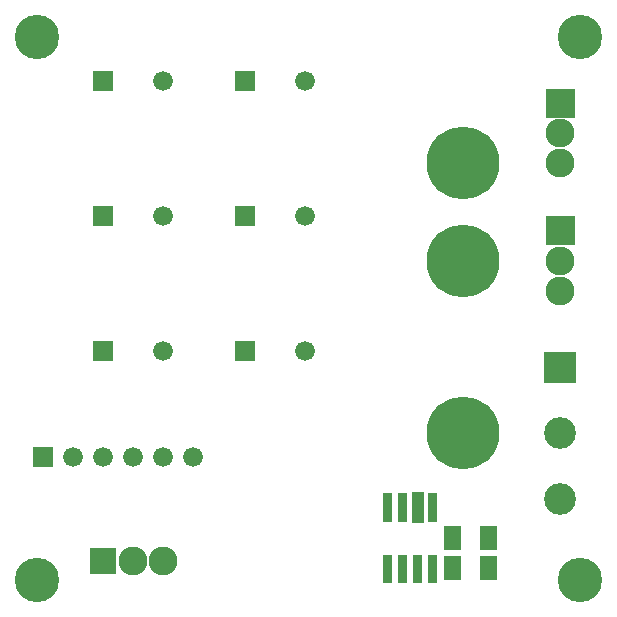
<source format=gts>
G04 start of page 5 for group -4063 idx -4063 *
G04 Title: Motor regeling, componentmask *
G04 Creator: pcb 20140316 *
G04 CreationDate: Sun 28 Feb 2016 01:10:26 PM GMT UTC *
G04 For: thba *
G04 Format: Gerber/RS-274X *
G04 PCB-Dimensions (mil): 1970.00 1970.00 *
G04 PCB-Coordinate-Origin: lower left *
%MOIN*%
%FSLAX25Y25*%
%LNTOPMASK*%
%ADD62R,0.0400X0.0400*%
%ADD61R,0.0300X0.0300*%
%ADD60R,0.0572X0.0572*%
%ADD59C,0.2422*%
%ADD58C,0.1479*%
%ADD57C,0.0660*%
%ADD56C,0.1060*%
%ADD55C,0.0960*%
%ADD54C,0.0001*%
G54D54*G36*
X177700Y129300D02*Y119700D01*
X187300D01*
Y129300D01*
X177700D01*
G37*
G36*
Y171800D02*Y162200D01*
X187300D01*
Y171800D01*
X177700D01*
G37*
G54D55*X182500Y157000D03*
Y147000D03*
Y114500D03*
Y104500D03*
G54D54*G36*
X177200Y84200D02*Y73600D01*
X187800D01*
Y84200D01*
X177200D01*
G37*
G54D56*X182500Y57000D03*
Y35100D03*
G54D54*G36*
X26700Y177800D02*Y171200D01*
X33300D01*
Y177800D01*
X26700D01*
G37*
G36*
Y132800D02*Y126200D01*
X33300D01*
Y132800D01*
X26700D01*
G37*
G54D57*X50000Y174500D03*
G54D54*G36*
X74200Y132800D02*Y126200D01*
X80800D01*
Y132800D01*
X74200D01*
G37*
G54D57*X50000Y129500D03*
X97500D03*
G54D54*G36*
X74200Y177800D02*Y171200D01*
X80800D01*
Y177800D01*
X74200D01*
G37*
G54D57*X97500Y174500D03*
G54D54*G36*
X74200Y87800D02*Y81200D01*
X80800D01*
Y87800D01*
X74200D01*
G37*
G54D57*X97500Y84500D03*
X50000D03*
G54D54*G36*
X26700Y87800D02*Y81200D01*
X33300D01*
Y87800D01*
X26700D01*
G37*
G36*
X25700Y18800D02*Y10200D01*
X34300D01*
Y18800D01*
X25700D01*
G37*
G54D55*X40000Y14500D03*
X50000D03*
G54D54*G36*
X6700Y52300D02*Y45700D01*
X13300D01*
Y52300D01*
X6700D01*
G37*
G54D57*X20000Y49000D03*
X30000D03*
X40000D03*
X50000D03*
X60000D03*
G54D58*X8000Y8000D03*
Y189000D03*
X189000D03*
Y8000D03*
G54D59*X150000Y57000D03*
Y114500D03*
Y147000D03*
G54D60*X158405Y13181D02*Y10819D01*
X146595Y13181D02*Y10819D01*
X158405Y23181D02*Y20819D01*
X146595Y23181D02*Y20819D01*
G54D61*X140000Y35500D02*Y29000D01*
G54D62*X135000Y35500D02*Y29000D01*
G54D61*X130000Y35500D02*Y29000D01*
X125000Y35500D02*Y29000D01*
Y15000D02*Y8500D01*
X130000Y15000D02*Y8500D01*
X135000Y15000D02*Y8500D01*
X140000Y15000D02*Y8500D01*
M02*

</source>
